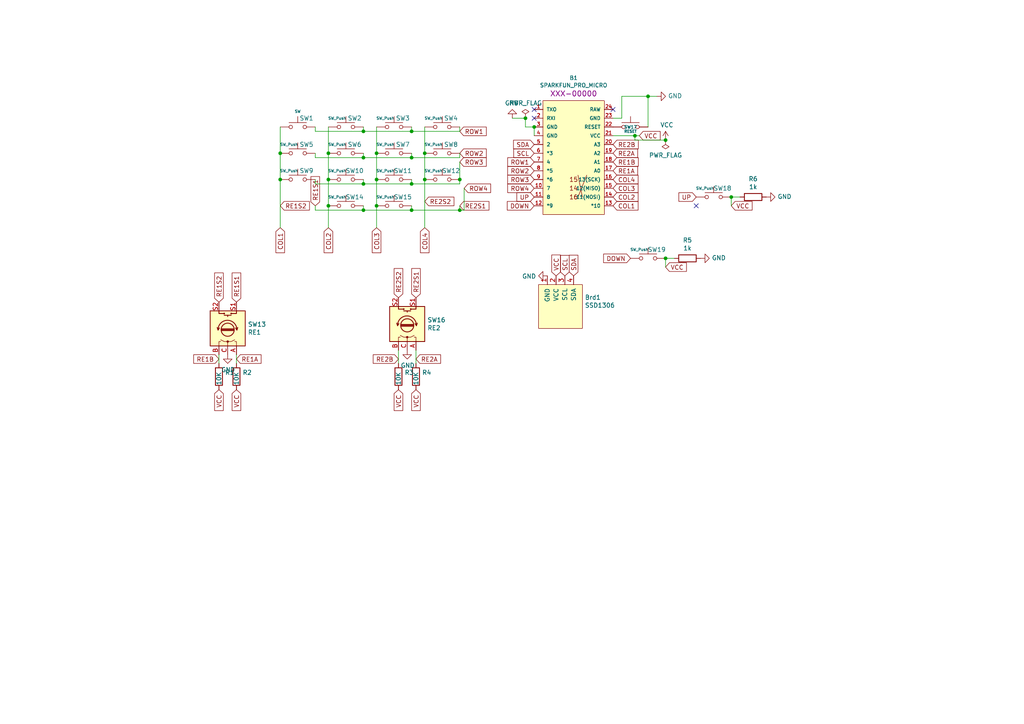
<source format=kicad_sch>
(kicad_sch (version 20231120) (generator "eeschema") (generator_version "8.0")
  (paper "A4")
  (lib_symbols
    (symbol "Device:R" (pin_numbers hide) (pin_names (offset 0))
      (property "Reference" "R" (at 2.032 0 90))
      (property "Value" "R" (at 0 0 90))
      (symbol "R_0_1"
        (rectangle (start -1.016 -2.54) (end 1.016 2.54) (stroke (width 0.254)))
      )
      (symbol "R_1_1"
        (pin passive line (at 0 3.81 270) (length 1.27) (name "~") (number "1"))
        (pin passive line (at 0 -3.81 90) (length 1.27) (name "~") (number "2"))
      )
    )
    (symbol "MacroKeyboard2RotaryEncoders_Mech_with_profiles-rescue:GND-power" (power) (pin_names (offset 0))
      (property "Value" "power_GND" (at 0 -3.81 0))
      (symbol "GND-power_0_1"
        (polyline (pts (xy 0 0) (xy 0 -1.27) (xy 1.27 -1.27) (xy 0 -2.54) (xy -1.27 -1.27) (xy 0 -1.27)))
      )
      (symbol "GND-power_1_1"
        (pin power_in line (at 0 0 270) (length 0) hide (name "GND") (number "1"))
      )
    )
    (symbol "MacroKeyboard2RotaryEncoders_Mech_with_profiles-rescue:PWR_FLAG-power" (power) (pin_numbers hide) (pin_names (offset 0) hide)
      (property "Value" "power_PWR_FLAG" (at 0 3.81 0))
      (symbol "PWR_FLAG-power_0_0"
        (pin power_out line (at 0 0 90) (length 0) (name "pwr") (number "1"))
      )
      (symbol "PWR_FLAG-power_0_1"
        (polyline (pts (xy 0 0) (xy 0 1.27) (xy -1.016 1.905) (xy 0 2.54) (xy 1.016 1.905) (xy 0 1.27)))
      )
    )
    (symbol "MacroKeyboard2RotaryEncoders_Mech_with_profiles-rescue:Rotary_Encoder_Switch-Device" (pin_names (offset 0.254) hide)
      (property "Reference" "SW" (at 0 6.604 0))
      (property "Value" "Device_Rotary_Encoder_Switch" (at 0 -6.604 0))
      (symbol "Rotary_Encoder_Switch-Device_0_1"
        (rectangle (start -5.08 5.08) (end 5.08 -5.08) (stroke (width 0.254)) (fill (type background)))
        (circle (center -3.81 0) (radius 0.254) (fill (type outline)))
        (arc (start -0.381 -2.794) (mid 2.3622 -0.0508) (end -0.381 2.667) (stroke (width 0.254)))
        (circle (center -0.381 0) (radius 1.905) (stroke (width 0.254)))
        (polyline (pts (xy -0.635 -1.778) (xy -0.635 1.778)) (stroke (width 0.254)))
        (polyline (pts (xy -0.381 -1.778) (xy -0.381 1.778)) (stroke (width 0.254)))
        (polyline (pts (xy -0.127 1.778) (xy -0.127 -1.778)) (stroke (width 0.254)))
        (polyline (pts (xy 3.81 0) (xy 3.429 0)) (stroke (width 0.254)))
        (polyline (pts (xy 3.81 1.016) (xy 3.81 -1.016)) (stroke (width 0.254)))
        (polyline (pts (xy -5.08 -2.54) (xy -3.81 -2.54) (xy -3.81 -2.032)))
        (polyline (pts (xy -5.08 2.54) (xy -3.81 2.54) (xy -3.81 2.032)))
        (polyline (pts (xy 0.254 -3.048) (xy -0.508 -2.794) (xy 0.127 -2.413)) (stroke (width 0.254)))
        (polyline (pts (xy 0.254 2.921) (xy -0.508 2.667) (xy 0.127 2.286)) (stroke (width 0.254)))
        (polyline (pts (xy 5.08 -2.54) (xy 4.318 -2.54) (xy 4.318 -1.016)) (stroke (width 0.254)))
        (polyline (pts (xy 5.08 2.54) (xy 4.318 2.54) (xy 4.318 1.016)) (stroke (width 0.254)))
        (polyline (pts (xy -5.08 0) (xy -3.81 0) (xy -3.81 -1.016) (xy -3.302 -2.032)))
        (polyline (pts (xy -4.318 0) (xy -3.81 0) (xy -3.81 1.016) (xy -3.302 2.032)))
        (circle (center 4.318 -1.016) (radius 0.127) (stroke (width 0.254)))
        (circle (center 4.318 1.016) (radius 0.127) (stroke (width 0.254)))
      )
      (symbol "Rotary_Encoder_Switch-Device_1_1"
        (pin passive line (at -7.62 2.54 0) (length 2.54) (name "A") (number "A"))
        (pin passive line (at -7.62 -2.54 0) (length 2.54) (name "B") (number "B"))
        (pin passive line (at -7.62 0 0) (length 2.54) (name "C") (number "C"))
        (pin passive line (at 7.62 2.54 180) (length 2.54) (name "S1") (number "S1"))
        (pin passive line (at 7.62 -2.54 180) (length 2.54) (name "S2") (number "S2"))
      )
    )
    (symbol "MacroKeyboard2RotaryEncoders_Mech_with_profiles-rescue:SPARKFUN_PRO_MICRO-SparkFun-Boards" (pin_names (offset 1.016))
      (property "Reference" "B" (at -8.89 17.78 0))
      (property "Value" "SparkFun-Boards_SPARKFUN_PRO_MICRO" (at -8.89 -19.05 0))
      (property "Field5" "XXX-00000" (at 0 21.59 0))
      (symbol "SPARKFUN_PRO_MICRO-SparkFun-Boards_0_0"
        (polyline (pts (xy 1.27 -5.08) (xy 2.54 -11.43)))
        (polyline (pts (xy 3.81 -5.08) (xy 1.27 -11.43)))
        (text "14" (at 0 -8.89 0) (effects (font (size 1.27 1.27))))
        (text "15" (at 0 -6.35 0) (effects (font (size 1.27 1.27))))
        (text "16" (at 0 -11.43 0) (effects (font (size 1.27 1.27))))
      )
      (symbol "SPARKFUN_PRO_MICRO-SparkFun-Boards_1_1"
        (polyline (pts (xy -8.89 16.51) (xy -8.89 -16.51) (xy 8.89 -16.51) (xy 8.89 16.51) (xy -8.89 16.51)) (fill (type background)))
        (pin bidirectional line (at -11.43 13.97 0) (length 2.54) (name "TXO") (number "1"))
        (pin bidirectional line (at -11.43 -8.89 0) (length 2.54) (name "7") (number "10"))
        (pin bidirectional line (at -11.43 -11.43 0) (length 2.54) (name "8") (number "11"))
        (pin bidirectional line (at -11.43 -13.97 0) (length 2.54) (name "*9") (number "12"))
        (pin bidirectional line (at 11.43 -13.97 180) (length 2.54) (name "*10") (number "13"))
        (pin bidirectional line (at 11.43 -11.43 180) (length 2.54) (name "11(MOSI)") (number "14"))
        (pin bidirectional line (at 11.43 -8.89 180) (length 2.54) (name "12(MISO)") (number "15"))
        (pin bidirectional line (at 11.43 -6.35 180) (length 2.54) (name "13(SCK)") (number "16"))
        (pin bidirectional line (at 11.43 -3.81 180) (length 2.54) (name "A0") (number "17"))
        (pin bidirectional line (at 11.43 -1.27 180) (length 2.54) (name "A1") (number "18"))
        (pin bidirectional line (at 11.43 1.27 180) (length 2.54) (name "A2") (number "19"))
        (pin bidirectional line (at -11.43 11.43 0) (length 2.54) (name "RXI") (number "2"))
        (pin bidirectional line (at 11.43 3.81 180) (length 2.54) (name "A3") (number "20"))
        (pin power_in line (at 11.43 6.35 180) (length 2.54) (name "VCC") (number "21"))
        (pin bidirectional line (at 11.43 8.89 180) (length 2.54) (name "RESET") (number "22"))
        (pin power_in line (at 11.43 11.43 180) (length 2.54) (name "GND") (number "23"))
        (pin power_in line (at 11.43 13.97 180) (length 2.54) (name "RAW") (number "24"))
        (pin power_in line (at -11.43 8.89 0) (length 2.54) (name "GND") (number "3"))
        (pin power_in line (at -11.43 6.35 0) (length 2.54) (name "GND") (number "4"))
        (pin bidirectional line (at -11.43 3.81 0) (length 2.54) (name "2") (number "5"))
        (pin bidirectional line (at -11.43 1.27 0) (length 2.54) (name "*3") (number "6"))
        (pin bidirectional line (at -11.43 -1.27 0) (length 2.54) (name "4") (number "7"))
        (pin bidirectional line (at -11.43 -3.81 0) (length 2.54) (name "*5") (number "8"))
        (pin bidirectional line (at -11.43 -6.35 0) (length 2.54) (name "*6") (number "9"))
      )
    )
    (symbol "MacroKeyboard2RotaryEncoders_Mech_with_profiles-rescue:SSD1306-SSD1306-128x64_OLED" (pin_names (offset 1.016))
      (property "Reference" "Brd" (at 0 -3.81 0))
      (property "Value" "SSD1306-128x64_OLED_SSD1306" (at 0 -1.27 0))
      (symbol "SSD1306-SSD1306-128x64_OLED_0_1"
        (rectangle (start -6.35 6.35) (end 6.35 -6.35) (fill (type background)))
      )
      (symbol "SSD1306-SSD1306-128x64_OLED_1_1"
        (pin input line (at -3.81 8.89 270) (length 2.54) (name "GND") (number "1"))
        (pin input line (at -1.27 8.89 270) (length 2.54) (name "VCC") (number "2"))
        (pin input line (at 1.27 8.89 270) (length 2.54) (name "SCL") (number "3"))
        (pin input line (at 3.81 8.89 270) (length 2.54) (name "SDA") (number "4"))
      )
    )
    (symbol "MacroKeyboard2RotaryEncoders_Mech_with_profiles-rescue:VCC-power" (power) (pin_names (offset 0))
      (property "Value" "power_VCC" (at 0 3.81 0))
      (symbol "VCC-power_0_1"
        (polyline (pts (xy -0.762 1.27) (xy 0 2.54)))
        (polyline (pts (xy 0 0) (xy 0 2.54)))
        (polyline (pts (xy 0 2.54) (xy 0.762 1.27)))
      )
      (symbol "VCC-power_1_1"
        (pin power_in line (at 0 0 90) (length 0) hide (name "VCC") (number "1"))
      )
    )
    (symbol "Switch:SW_Push" (pin_numbers hide) (pin_names (offset 1.016) hide)
      (property "Reference" "SW" (at 1.27 2.54 0))
      (property "Value" "SW_Push" (at 0 -1.524 0))
      (symbol "SW_Push_0_1"
        (circle (center -2.032 0) (radius 0.508))
        (polyline (pts (xy 0 1.27) (xy 0 3.048)))
        (polyline (pts (xy 2.54 1.27) (xy -2.54 1.27)))
        (circle (center 2.032 0) (radius 0.508))
        (pin passive line (at -5.08 0 0) (length 2.54) (name "1") (number "1"))
        (pin passive line (at 5.08 0 180) (length 2.54) (name "2") (number "2"))
      )
    )
  )
  (junction (at 193.04 40.64))
  (junction (at 95.25 52.07))
  (junction (at 81.28 44.45))
  (junction (at 119.38 38.1))
  (junction (at 123.19 44.45))
  (junction (at 154.94 36.83))
  (junction (at 184.15 39.37))
  (junction (at 193.04 74.93))
  (junction (at 119.38 53.34))
  (junction (at 133.35 60.96))
  (junction (at 212.09 57.15))
  (junction (at 152.4 34.29))
  (junction (at 119.38 60.96))
  (junction (at 119.38 45.72))
  (junction (at 187.96 27.94))
  (junction (at 95.25 44.45))
  (junction (at 133.35 52.07))
  (junction (at 81.28 52.07))
  (junction (at 105.41 45.72))
  (junction (at 109.22 59.69))
  (junction (at 109.22 44.45))
  (junction (at 109.22 52.07))
  (junction (at 105.41 53.34))
  (junction (at 123.19 52.07))
  (junction (at 105.41 38.1))
  (junction (at 105.41 60.96))
  (junction (at 95.25 59.69))
  (no_connect (at 154.94 34.29))
  (no_connect (at 177.8 31.75))
  (no_connect (at 201.93 59.69))
  (no_connect (at 154.94 31.75))
  (wire (pts (xy 154.94 36.83) (xy 154.94 39.37)))
  (wire (pts (xy 81.28 44.45) (xy 81.28 36.83)))
  (wire (pts (xy 95.25 59.69) (xy 95.25 66.04)))
  (wire (pts (xy 119.38 52.07) (xy 119.38 53.34)))
  (wire (pts (xy 133.35 52.07) (xy 133.35 53.34)))
  (wire (pts (xy 119.38 44.45) (xy 119.38 45.72)))
  (wire (pts (xy 133.35 60.96) (xy 133.35 59.69)))
  (wire (pts (xy 119.38 45.72) (xy 133.35 45.72)))
  (wire (pts (xy 133.35 36.83) (xy 133.35 38.1)))
  (wire (pts (xy 81.28 52.07) (xy 81.28 44.45)))
  (wire (pts (xy 105.41 60.96) (xy 119.38 60.96)))
  (wire (pts (xy 95.25 36.83) (xy 95.25 44.45)))
  (wire (pts (xy 133.35 60.96) (xy 134.62 60.96)))
  (wire (pts (xy 91.44 45.72) (xy 105.41 45.72)))
  (wire (pts (xy 115.57 101.6) (xy 115.57 105.41)))
  (wire (pts (xy 91.44 60.96) (xy 105.41 60.96)))
  (wire (pts (xy 184.15 39.37) (xy 185.42 39.37)))
  (wire (pts (xy 105.41 52.07) (xy 105.41 53.34)))
  (wire (pts (xy 68.58 102.87) (xy 68.58 105.41)))
  (wire (pts (xy 105.41 44.45) (xy 105.41 45.72)))
  (wire (pts (xy 119.38 36.83) (xy 119.38 38.1)))
  (wire (pts (xy 134.62 54.61) (xy 134.62 60.96)))
  (wire (pts (xy 184.15 39.37) (xy 184.15 40.64)))
  (wire (pts (xy 123.19 44.45) (xy 123.19 52.07)))
  (wire (pts (xy 152.4 34.29) (xy 152.4 36.83)))
  (wire (pts (xy 91.44 53.34) (xy 105.41 53.34)))
  (wire (pts (xy 91.44 36.83) (xy 91.44 38.1)))
  (wire (pts (xy 91.44 59.69) (xy 91.44 60.96)))
  (wire (pts (xy 119.38 38.1) (xy 133.35 38.1)))
  (wire (pts (xy 119.38 53.34) (xy 133.35 53.34)))
  (wire (pts (xy 91.44 52.07) (xy 91.44 53.34)))
  (wire (pts (xy 119.38 60.96) (xy 133.35 60.96)))
  (wire (pts (xy 180.34 34.29) (xy 177.8 34.29)))
  (wire (pts (xy 212.09 57.15) (xy 212.09 59.69)))
  (wire (pts (xy 187.96 27.94) (xy 190.5 27.94)))
  (wire (pts (xy 105.41 36.83) (xy 105.41 38.1)))
  (wire (pts (xy 119.38 59.69) (xy 119.38 60.96)))
  (wire (pts (xy 105.41 53.34) (xy 119.38 53.34)))
  (wire (pts (xy 109.22 59.69) (xy 109.22 66.04)))
  (wire (pts (xy 152.4 34.29) (xy 148.59 34.29)))
  (wire (pts (xy 105.41 38.1) (xy 119.38 38.1)))
  (wire (pts (xy 180.34 27.94) (xy 187.96 27.94)))
  (wire (pts (xy 184.15 40.64) (xy 193.04 40.64)))
  (wire (pts (xy 123.19 36.83) (xy 123.19 44.45)))
  (wire (pts (xy 81.28 52.07) (xy 81.28 66.04)))
  (wire (pts (xy 105.41 45.72) (xy 119.38 45.72)))
  (wire (pts (xy 91.44 44.45) (xy 91.44 45.72)))
  (wire (pts (xy 105.41 60.96) (xy 105.41 59.69)))
  (wire (pts (xy 120.65 101.6) (xy 120.65 105.41)))
  (wire (pts (xy 177.8 39.37) (xy 184.15 39.37)))
  (wire (pts (xy 180.34 34.29) (xy 180.34 27.94)))
  (wire (pts (xy 133.35 44.45) (xy 133.35 45.72)))
  (wire (pts (xy 193.04 74.93) (xy 193.04 77.47)))
  (wire (pts (xy 187.96 36.83) (xy 187.96 27.94)))
  (wire (pts (xy 193.04 74.93) (xy 195.58 74.93)))
  (wire (pts (xy 154.94 36.83) (xy 152.4 36.83)))
  (wire (pts (xy 214.63 57.15) (xy 212.09 57.15)))
  (wire (pts (xy 109.22 44.45) (xy 109.22 52.07)))
  (wire (pts (xy 63.5 102.87) (xy 63.5 105.41)))
  (wire (pts (xy 133.35 46.99) (xy 133.35 52.07)))
  (wire (pts (xy 91.44 38.1) (xy 105.41 38.1)))
  (wire (pts (xy 95.25 52.07) (xy 95.25 59.69)))
  (wire (pts (xy 95.25 44.45) (xy 95.25 52.07)))
  (wire (pts (xy 109.22 52.07) (xy 109.22 59.69)))
  (wire (pts (xy 109.22 36.83) (xy 109.22 44.45)))
  (wire (pts (xy 123.19 52.07) (xy 123.19 66.04)))
  (global_label "RE2S1" (shape input) (at 133.35 59.69 0) (property "Intersheetrefs" "${INTERSHEET_REFS}" (effects (hide yes))))
  (global_label "RE1B" (shape input) (at 177.8 46.99 0) (property "Intersheetrefs" "${INTERSHEET_REFS}" (effects (hide yes))))
  (global_label "UP" (shape input) (at 201.93 57.15 180) (property "Intersheetrefs" "${INTERSHEET_REFS}" (effects (hide yes))))
  (global_label "COL2" (shape input) (at 177.8 57.15 0) (property "Intersheetrefs" "${INTERSHEET_REFS}" (effects (hide yes))))
  (global_label "RE1A" (shape input) (at 177.8 49.53 0) (property "Intersheetrefs" "${INTERSHEET_REFS}" (effects (hide yes))))
  (global_label "ROW4" (shape input) (at 134.62 54.61 0) (property "Intersheetrefs" "${INTERSHEET_REFS}" (effects (hide yes))))
  (global_label "DOWN" (shape input) (at 154.94 59.69 180) (property "Intersheetrefs" "${INTERSHEET_REFS}" (effects (hide yes))))
  (global_label "ROW2" (shape input) (at 154.94 49.53 180) (property "Intersheetrefs" "${INTERSHEET_REFS}" (effects (hide yes))))
  (global_label "VCC" (shape input) (at 120.65 113.03 270) (property "Intersheetrefs" "${INTERSHEET_REFS}" (effects (hide yes))))
  (global_label "DOWN" (shape input) (at 182.88 74.93 180) (property "Intersheetrefs" "${INTERSHEET_REFS}" (effects (hide yes))))
  (global_label "VCC" (shape input) (at 68.58 113.03 270) (property "Intersheetrefs" "${INTERSHEET_REFS}" (effects (hide yes))))
  (global_label "VCC" (shape input) (at 212.09 59.69 0) (property "Intersheetrefs" "${INTERSHEET_REFS}" (effects (hide yes))))
  (global_label "COL1" (shape input) (at 177.8 59.69 0) (property "Intersheetrefs" "${INTERSHEET_REFS}" (effects (hide yes))))
  (global_label "RE2A" (shape input) (at 177.8 44.45 0) (property "Intersheetrefs" "${INTERSHEET_REFS}" (effects (hide yes))))
  (global_label "RE2B" (shape input) (at 177.8 41.91 0) (property "Intersheetrefs" "${INTERSHEET_REFS}" (effects (hide yes))))
  (global_label "ROW1" (shape input) (at 154.94 46.99 180) (property "Intersheetrefs" "${INTERSHEET_REFS}" (effects (hide yes))))
  (global_label "RE1A" (shape input) (at 68.58 104.14 0) (property "Intersheetrefs" "${INTERSHEET_REFS}" (effects (hide yes))))
  (global_label "RE1S1" (shape input) (at 68.58 87.63 90) (property "Intersheetrefs" "${INTERSHEET_REFS}" (effects (hide yes))))
  (global_label "SCL" (shape input) (at 163.83 80.01 90) (property "Intersheetrefs" "${INTERSHEET_REFS}" (effects (hide yes))))
  (global_label "RE2S1" (shape input) (at 120.65 86.36 90) (property "Intersheetrefs" "${INTERSHEET_REFS}" (effects (hide yes))))
  (global_label "RE2S2" (shape input) (at 115.57 86.36 90) (property "Intersheetrefs" "${INTERSHEET_REFS}" (effects (hide yes))))
  (global_label "ROW2" (shape input) (at 133.35 44.45 0) (property "Intersheetrefs" "${INTERSHEET_REFS}" (effects (hide yes))))
  (global_label "ROW3" (shape input) (at 154.94 52.07 180) (property "Intersheetrefs" "${INTERSHEET_REFS}" (effects (hide yes))))
  (global_label "UP" (shape input) (at 154.94 57.15 180) (property "Intersheetrefs" "${INTERSHEET_REFS}" (effects (hide yes))))
  (global_label "RE1B" (shape input) (at 63.5 104.14 180) (property "Intersheetrefs" "${INTERSHEET_REFS}" (effects (hide yes))))
  (global_label "SDA" (shape input) (at 154.94 41.91 180) (property "Intersheetrefs" "${INTERSHEET_REFS}" (effects (hide yes))))
  (global_label "RE1S2" (shape input) (at 81.28 59.69 0) (property "Intersheetrefs" "${INTERSHEET_REFS}" (effects (hide yes))))
  (global_label "ROW1" (shape input) (at 133.35 38.1 0) (property "Intersheetrefs" "${INTERSHEET_REFS}" (effects (hide yes))))
  (global_label "ROW4" (shape input) (at 154.94 54.61 180) (property "Intersheetrefs" "${INTERSHEET_REFS}" (effects (hide yes))))
  (global_label "VCC" (shape input) (at 63.5 113.03 270) (property "Intersheetrefs" "${INTERSHEET_REFS}" (effects (hide yes))))
  (global_label "COL3" (shape input) (at 177.8 54.61 0) (property "Intersheetrefs" "${INTERSHEET_REFS}" (effects (hide yes))))
  (global_label "RE1S1" (shape input) (at 91.44 59.69 90) (property "Intersheetrefs" "${INTERSHEET_REFS}" (effects (hide yes))))
  (global_label "VCC" (shape input) (at 115.57 113.03 270) (property "Intersheetrefs" "${INTERSHEET_REFS}" (effects (hide yes))))
  (global_label "RE2A" (shape input) (at 120.65 104.14 0) (property "Intersheetrefs" "${INTERSHEET_REFS}" (effects (hide yes))))
  (global_label "SCL" (shape input) (at 154.94 44.45 180) (property "Intersheetrefs" "${INTERSHEET_REFS}" (effects (hide yes))))
  (global_label "COL3" (shape input) (at 109.22 66.04 270) (property "Intersheetrefs" "${INTERSHEET_REFS}" (effects (hide yes))))
  (global_label "RE2B" (shape input) (at 115.57 104.14 180) (property "Intersheetrefs" "${INTERSHEET_REFS}" (effects (hide yes))))
  (global_label "VCC" (shape input) (at 185.42 39.37 0) (property "Intersheetrefs" "${INTERSHEET_REFS}" (effects (hide yes))))
  (global_label "COL1" (shape input) (at 81.28 66.04 270) (property "Intersheetrefs" "${INTERSHEET_REFS}" (effects (hide yes))))
  (global_label "COL2" (shape input) (at 95.25 66.04 270) (property "Intersheetrefs" "${INTERSHEET_REFS}" (effects (hide yes))))
  (global_label "COL4" (shape input) (at 123.19 66.04 270) (property "Intersheetrefs" "${INTERSHEET_REFS}" (effects (hide yes))))
  (global_label "COL4" (shape input) (at 177.8 52.07 0) (property "Intersheetrefs" "${INTERSHEET_REFS}" (effects (hide yes))))
  (global_label "VCC" (shape input) (at 161.29 80.01 90) (property "Intersheetrefs" "${INTERSHEET_REFS}" (effects (hide yes))))
  (global_label "VCC" (shape input) (at 193.04 77.47 0) (property "Intersheetrefs" "${INTERSHEET_REFS}" (effects (hide yes))))
  (global_label "RE2S2" (shape input) (at 123.19 58.42 0) (property "Intersheetrefs" "${INTERSHEET_REFS}" (effects (hide yes))))
  (global_label "ROW3" (shape input) (at 133.35 46.99 0) (property "Intersheetrefs" "${INTERSHEET_REFS}" (effects (hide yes))))
  (global_label "SDA" (shape input) (at 166.37 80.01 90) (property "Intersheetrefs" "${INTERSHEET_REFS}" (effects (hide yes))))
  (global_label "RE1S2" (shape input) (at 63.5 87.63 90) (property "Intersheetrefs" "${INTERSHEET_REFS}" (effects (hide yes))))
  (symbol (lib_id "Switch:SW_Push") (at 86.36 36.83 0) (unit 1)
    (property "Reference" "SW1" (at 88.9 34.29 0))
    (property "Value" "SW" (at 86.36 32.3088 0) (effects (font (size 0.7874 0.7874))))
    (property "Footprint" "Button_Switch_Keyboard:SW_Cherry_MX_1.00u_Plate" (effects (hide yes)))
  )
  (symbol (lib_id "Switch:SW_Push") (at 100.33 36.83 0) (unit 1)
    (property "Reference" "SW2" (at 102.87 34.29 0))
    (property "Value" "SW_Push" (at 97.79 34.29 0) (effects (font (size 0.7874 0.7874))))
    (property "Footprint" "Button_Switch_Keyboard:SW_Cherry_MX_1.00u_Plate" (effects (hide yes)))
  )
  (symbol (lib_id "Switch:SW_Push") (at 86.36 44.45 0) (unit 1)
    (property "Reference" "SW5" (at 88.9 41.91 0))
    (property "Value" "SW_Push" (at 83.82 41.91 0) (effects (font (size 0.7874 0.7874))))
    (property "Footprint" "Button_Switch_Keyboard:SW_Cherry_MX_1.00u_Plate" (effects (hide yes)))
  )
  (symbol (lib_id "Switch:SW_Push") (at 100.33 44.45 0) (unit 1)
    (property "Reference" "SW6" (at 102.87 41.91 0))
    (property "Value" "SW_Push" (at 97.79 41.91 0) (effects (font (size 0.7874 0.7874))))
    (property "Footprint" "Button_Switch_Keyboard:SW_Cherry_MX_1.00u_Plate" (effects (hide yes)))
  )
  (symbol (lib_id "Switch:SW_Push") (at 114.3 36.83 0) (unit 1)
    (property "Reference" "SW3" (at 116.84 34.29 0))
    (property "Value" "SW_Push" (at 111.76 34.29 0) (effects (font (size 0.7874 0.7874))))
    (property "Footprint" "Button_Switch_Keyboard:SW_Cherry_MX_1.00u_Plate" (effects (hide yes)))
  )
  (symbol (lib_id "Switch:SW_Push") (at 114.3 44.45 0) (unit 1)
    (property "Reference" "SW7" (at 116.84 41.91 0))
    (property "Value" "SW_Push" (at 111.76 41.91 0) (effects (font (size 0.7874 0.7874))))
    (property "Footprint" "Button_Switch_Keyboard:SW_Cherry_MX_1.00u_Plate" (effects (hide yes)))
  )
  (symbol (lib_id "Switch:SW_Push") (at 128.27 36.83 0) (unit 1)
    (property "Reference" "SW4" (at 130.81 34.29 0))
    (property "Value" "SW_Push" (at 125.73 34.29 0) (effects (font (size 0.7874 0.7874))))
    (property "Footprint" "Button_Switch_Keyboard:SW_Cherry_MX_1.00u_Plate" (effects (hide yes)))
  )
  (symbol (lib_id "Switch:SW_Push") (at 128.27 44.45 0) (unit 1)
    (property "Reference" "SW8" (at 130.81 41.91 0))
    (property "Value" "SW_Push" (at 125.73 41.91 0) (effects (font (size 0.7874 0.7874))))
    (property "Footprint" "Button_Switch_Keyboard:SW_Cherry_MX_1.00u_Plate" (effects (hide yes)))
  )
  (symbol (lib_id "Switch:SW_Push") (at 100.33 52.07 0) (unit 1)
    (property "Reference" "SW10" (at 102.87 49.53 0))
    (property "Value" "SW_Push" (at 97.79 49.53 0) (effects (font (size 0.7874 0.7874))))
    (property "Footprint" "Button_Switch_Keyboard:SW_Cherry_MX_1.00u_Plate" (effects (hide yes)))
  )
  (symbol (lib_id "Switch:SW_Push") (at 114.3 52.07 0) (unit 1)
    (property "Reference" "SW11" (at 116.84 49.53 0))
    (property "Value" "SW_Push" (at 111.76 49.53 0) (effects (font (size 0.7874 0.7874))))
    (property "Footprint" "Button_Switch_Keyboard:SW_Cherry_MX_1.00u_Plate" (effects (hide yes)))
  )
  (symbol (lib_id "Switch:SW_Push") (at 128.27 52.07 0) (unit 1)
    (property "Reference" "SW12" (at 130.81 49.53 0))
    (property "Value" "SW_Push" (at 125.73 49.53 0) (effects (font (size 0.7874 0.7874))))
    (property "Footprint" "Button_Switch_Keyboard:SW_Cherry_MX_1.00u_Plate" (effects (hide yes)))
  )
  (symbol (lib_id "Switch:SW_Push") (at 86.36 52.07 0) (unit 1)
    (property "Reference" "SW9" (at 88.9 49.53 0))
    (property "Value" "SW_Push" (at 83.82 49.53 0) (effects (font (size 0.7874 0.7874))))
    (property "Footprint" "Button_Switch_Keyboard:SW_Cherry_MX_1.00u_Plate" (effects (hide yes)))
  )
  (symbol (lib_id "Switch:SW_Push") (at 100.33 59.69 0) (unit 1)
    (property "Reference" "SW14" (at 102.87 57.15 0))
    (property "Value" "SW_Push" (at 97.79 57.15 0) (effects (font (size 0.7874 0.7874))))
    (property "Footprint" "Button_Switch_Keyboard:SW_Cherry_MX_1.00u_Plate" (effects (hide yes)))
  )
  (symbol (lib_id "Switch:SW_Push") (at 114.3 59.69 0) (unit 1)
    (property "Reference" "SW15" (at 116.84 57.15 0))
    (property "Value" "SW_Push" (at 111.76 57.15 0) (effects (font (size 0.7874 0.7874))))
    (property "Footprint" "Button_Switch_Keyboard:SW_Cherry_MX_1.00u_Plate" (effects (hide yes)))
  )
  (symbol (lib_id "MacroKeyboard2RotaryEncoders_Mech_with_profiles-rescue:Rotary_Encoder_Switch-Device") (at 66.04 95.25 270) (mirror x) (unit 1)
    (property "Reference" "SW13" (at 71.882 94.0816 90) (effects (justify left)))
    (property "Value" "RE1" (at 71.882 96.393 90) (effects (justify left)))
    (property "Footprint" "Rotary_Encoder:RotaryEncoder_Alps_EC11E-Switch_Vertical_H20mm" (effects (hide yes)))
  )
  (symbol (lib_id "MacroKeyboard2RotaryEncoders_Mech_with_profiles-rescue:GND-power") (at 66.04 102.87 0) (unit 1)
    (property "Reference" "#PWR0102" (effects (hide yes)))
    (property "Value" "GND" (at 66.167 107.2642 0))
  )
  (symbol (lib_id "MacroKeyboard2RotaryEncoders_Mech_with_profiles-rescue:Rotary_Encoder_Switch-Device") (at 118.11 93.98 270) (mirror x) (unit 1)
    (property "Reference" "SW16" (at 123.952 92.8116 90) (effects (justify left)))
    (property "Value" "RE2" (at 123.952 95.123 90) (effects (justify left)))
    (property "Footprint" "Rotary_Encoder:RotaryEncoder_Alps_EC11E-Switch_Vertical_H20mm" (effects (hide yes)))
  )
  (symbol (lib_id "Switch:SW_Push") (at 182.88 36.83 0) (unit 1)
    (property "Reference" "SW17" (at 182.88 36.83 0) (effects (font (size 0.889 0.889))))
    (property "Value" "RESET" (at 182.88 38.1 0) (effects (font (size 0.7874 0.7874))))
    (property "Footprint" "Button_Switch_THT:SW_PUSH_6mm_H4.3mm" (effects (hide yes)))
  )
  (symbol (lib_id "MacroKeyboard2RotaryEncoders_Mech_with_profiles-rescue:GND-power") (at 118.11 101.6 0) (unit 1)
    (property "Reference" "#PWR0104" (effects (hide yes)))
    (property "Value" "GND" (at 118.237 105.9942 0))
  )
  (symbol (lib_id "MacroKeyboard2RotaryEncoders_Mech_with_profiles-rescue:GND-power") (at 190.5 27.94 90) (unit 1)
    (property "Reference" "#PWR0101" (effects (hide yes)))
    (property "Value" "GND" (at 193.7512 27.813 90) (effects (justify right)))
  )
  (symbol (lib_id "MacroKeyboard2RotaryEncoders_Mech_with_profiles-rescue:GND-power") (at 148.59 34.29 180) (unit 1)
    (property "Reference" "#PWR0103" (effects (hide yes)))
    (property "Value" "GND" (at 148.463 29.8958 0))
  )
  (symbol (lib_id "MacroKeyboard2RotaryEncoders_Mech_with_profiles-rescue:PWR_FLAG-power") (at 152.4 34.29 0) (unit 1)
    (property "Reference" "#FLG0101" (effects (hide yes)))
    (property "Value" "PWR_FLAG" (at 152.4 29.8958 0))
  )
  (symbol (lib_id "MacroKeyboard2RotaryEncoders_Mech_with_profiles-rescue:SPARKFUN_PRO_MICRO-SparkFun-Boards") (at 166.37 45.72 0) (unit 1)
    (property "Reference" "B1" (at 166.37 22.606 0) (effects (font (size 1.143 1.143))))
    (property "Value" "SPARKFUN_PRO_MICRO" (at 166.37 24.7396 0) (effects (font (size 1.143 1.143))))
    (property "Footprint" "Boards:SPARKFUN_PRO_MICRO" (effects (hide yes)))
    (property "Field4" "XXX-00000" (at 166.37 27.1526 0) (effects (font (size 1.524 1.524))))
  )
  (symbol (lib_id "Switch:SW_Push") (at 187.96 74.93 0) (unit 1)
    (property "Reference" "SW19" (at 190.5 72.39 0))
    (property "Value" "SW_Push" (at 185.42 72.39 0) (effects (font (size 0.7874 0.7874))))
    (property "Footprint" "Button_Switch_THT:SW_PUSH_6mm_H4.3mm" (effects (hide yes)))
  )
  (symbol (lib_id "Switch:SW_Push") (at 207.01 57.15 0) (unit 1)
    (property "Reference" "SW18" (at 209.55 54.61 0))
    (property "Value" "SW_Push" (at 204.47 54.61 0) (effects (font (size 0.7874 0.7874))))
    (property "Footprint" "Button_Switch_THT:SW_PUSH_6mm_H4.3mm" (effects (hide yes)))
  )
  (symbol (lib_id "Device:R") (at 120.65 109.22 0) (unit 1)
    (property "Reference" "R4" (at 122.428 108.0516 0) (effects (justify left)))
    (property "Value" "10K" (at 120.65 111.76 90) (effects (justify left)))
    (property "Footprint" "Resistor_THT:R_Axial_DIN0204_L3.6mm_D1.6mm_P5.08mm_Horizontal" (effects (hide yes)))
  )
  (symbol (lib_id "Device:R") (at 115.57 109.22 0) (unit 1)
    (property "Reference" "R3" (at 117.348 108.0516 0) (effects (justify left)))
    (property "Value" "10K" (at 115.57 111.76 90) (effects (justify left)))
    (property "Footprint" "Resistor_THT:R_Axial_DIN0204_L3.6mm_D1.6mm_P5.08mm_Horizontal" (effects (hide yes)))
  )
  (symbol (lib_id "Device:R") (at 68.58 109.22 0) (unit 1)
    (property "Reference" "R2" (at 70.358 108.0516 0) (effects (justify left)))
    (property "Value" "10K" (at 68.58 111.76 90) (effects (justify left)))
    (property "Footprint" "Resistor_THT:R_Axial_DIN0204_L3.6mm_D1.6mm_P5.08mm_Horizontal" (effects (hide yes)))
  )
  (symbol (lib_id "Device:R") (at 63.5 109.22 0) (unit 1)
    (property "Reference" "R1" (at 65.278 108.0516 0) (effects (justify left)))
    (property "Value" "10K" (at 63.5 111.76 90) (effects (justify left)))
    (property "Footprint" "Resistor_THT:R_Axial_DIN0204_L3.6mm_D1.6mm_P5.08mm_Horizontal" (effects (hide yes)))
  )
  (symbol (lib_id "Device:R") (at 199.39 74.93 270) (unit 1)
    (property "Reference" "R5" (at 199.39 69.6722 90))
    (property "Value" "1k" (at 199.39 71.9836 90))
    (property "Footprint" "Resistor_THT:R_Axial_DIN0204_L3.6mm_D1.6mm_P5.08mm_Horizontal" (effects (hide yes)))
  )
  (symbol (lib_id "Device:R") (at 218.44 57.15 270) (unit 1)
    (property "Reference" "R6" (at 218.44 51.8922 90))
    (property "Value" "1k" (at 218.44 54.2036 90))
    (property "Footprint" "Resistor_THT:R_Axial_DIN0204_L3.6mm_D1.6mm_P5.08mm_Horizontal" (effects (hide yes)))
  )
  (symbol (lib_id "MacroKeyboard2RotaryEncoders_Mech_with_profiles-rescue:GND-power") (at 222.25 57.15 90) (unit 1)
    (property "Reference" "#PWR03" (effects (hide yes)))
    (property "Value" "GND" (at 225.5012 57.023 90) (effects (justify right)))
  )
  (symbol (lib_id "MacroKeyboard2RotaryEncoders_Mech_with_profiles-rescue:GND-power") (at 203.2 74.93 90) (unit 1)
    (property "Reference" "#PWR02" (effects (hide yes)))
    (property "Value" "GND" (at 206.4512 74.803 90) (effects (justify right)))
  )
  (symbol (lib_id "MacroKeyboard2RotaryEncoders_Mech_with_profiles-rescue:SSD1306-SSD1306-128x64_OLED") (at 162.56 88.9 0) (unit 1)
    (property "Reference" "Brd1" (at 169.6212 86.2584 0) (effects (justify left)))
    (property "Value" "SSD1306" (at 169.6212 88.5698 0) (effects (justify left)))
    (property "Footprint" "SSD1306:128x64OLED" (effects (hide yes)))
  )
  (symbol (lib_id "MacroKeyboard2RotaryEncoders_Mech_with_profiles-rescue:GND-power") (at 158.75 80.01 270) (unit 1)
    (property "Reference" "#PWR01" (effects (hide yes)))
    (property "Value" "GND" (at 155.4988 80.137 90) (effects (justify right)))
  )
  (symbol (lib_id "MacroKeyboard2RotaryEncoders_Mech_with_profiles-rescue:VCC-power") (at 193.04 40.64 0) (unit 1)
    (property "Reference" "#PWR0105" (effects (hide yes)))
    (property "Value" "VCC" (at 193.421 36.2458 0))
  )
  (symbol (lib_id "MacroKeyboard2RotaryEncoders_Mech_with_profiles-rescue:PWR_FLAG-power") (at 193.04 40.64 180) (unit 1)
    (property "Reference" "#FLG0102" (effects (hide yes)))
    (property "Value" "PWR_FLAG" (at 193.04 45.0342 0))
  )
)
</source>
